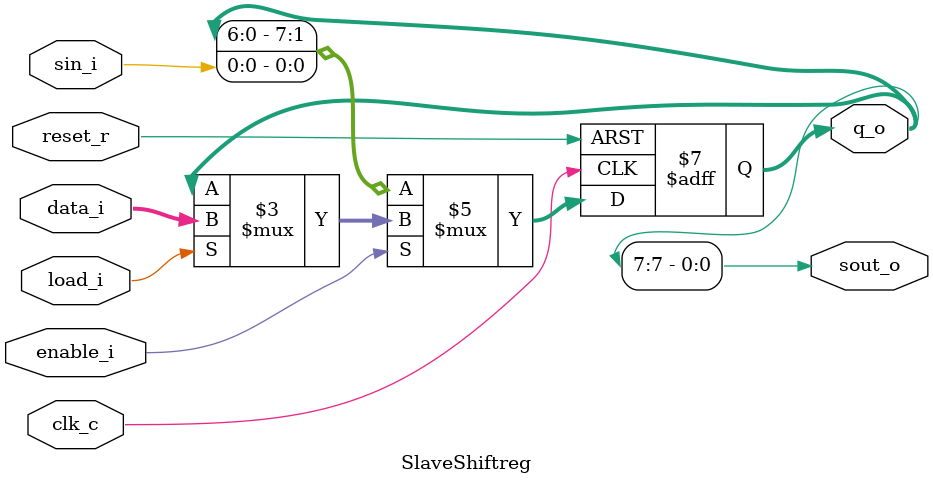
<source format=sv>
module SlaveShiftreg #(parameter N = 8)
  				 (input logic 		  clk_c,
   				  input logic 		  reset_r,
                  input logic 		  enable_i,
   				  input logic 		  load_i,
   				  input logic 		  sin_i,
                  input logic [N-1:0] data_i,
                  output logic [N-1:0] q_o,
   				  output logic 		  sout_o
                 );
  always_ff @(posedge clk_c, posedge reset_r)
    begin
      if(reset_r) begin
        q_o <= 0;
      end
      else begin
        if(load_i) begin
          q_o <= data_i;
        end
        if(!enable_i) begin
          q_o <= {q_o[N-2:0], sin_i};
        end
      end
    end
  
  assign sout_o = q_o[N-1];
  
endmodule
</source>
